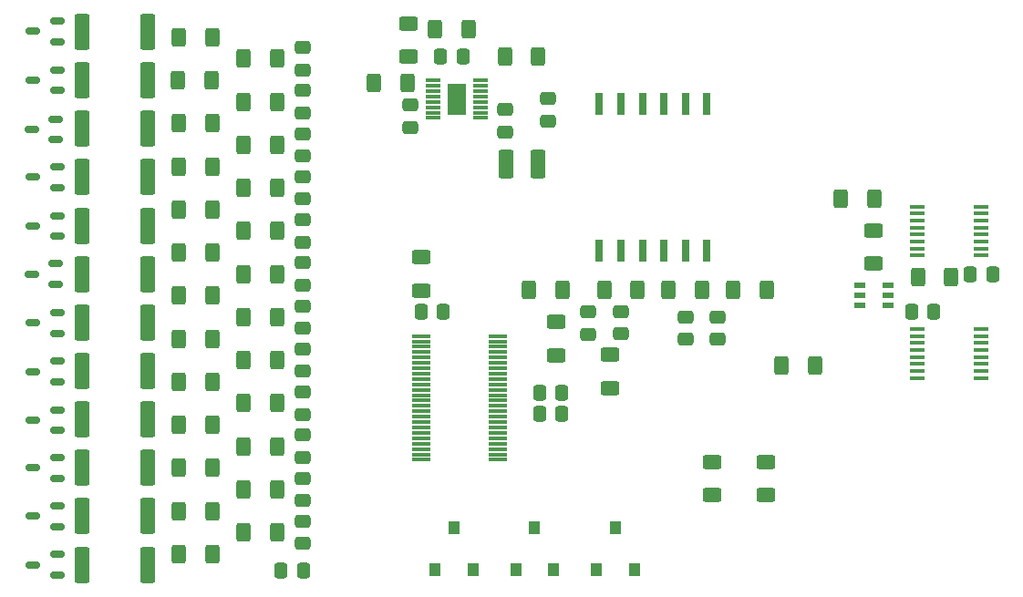
<source format=gbr>
%TF.GenerationSoftware,KiCad,Pcbnew,8.0.2*%
%TF.CreationDate,2024-06-17T09:50:20+02:00*%
%TF.ProjectId,BMS,424d532e-6b69-4636-9164-5f7063625858,rev?*%
%TF.SameCoordinates,Original*%
%TF.FileFunction,Paste,Top*%
%TF.FilePolarity,Positive*%
%FSLAX46Y46*%
G04 Gerber Fmt 4.6, Leading zero omitted, Abs format (unit mm)*
G04 Created by KiCad (PCBNEW 8.0.2) date 2024-06-17 09:50:20*
%MOMM*%
%LPD*%
G01*
G04 APERTURE LIST*
G04 Aperture macros list*
%AMRoundRect*
0 Rectangle with rounded corners*
0 $1 Rounding radius*
0 $2 $3 $4 $5 $6 $7 $8 $9 X,Y pos of 4 corners*
0 Add a 4 corners polygon primitive as box body*
4,1,4,$2,$3,$4,$5,$6,$7,$8,$9,$2,$3,0*
0 Add four circle primitives for the rounded corners*
1,1,$1+$1,$2,$3*
1,1,$1+$1,$4,$5*
1,1,$1+$1,$6,$7*
1,1,$1+$1,$8,$9*
0 Add four rect primitives between the rounded corners*
20,1,$1+$1,$2,$3,$4,$5,0*
20,1,$1+$1,$4,$5,$6,$7,0*
20,1,$1+$1,$6,$7,$8,$9,0*
20,1,$1+$1,$8,$9,$2,$3,0*%
G04 Aperture macros list end*
%ADD10R,1.000000X1.300000*%
%ADD11RoundRect,0.250000X-0.475000X0.337500X-0.475000X-0.337500X0.475000X-0.337500X0.475000X0.337500X0*%
%ADD12RoundRect,0.250000X-0.400000X-0.625000X0.400000X-0.625000X0.400000X0.625000X-0.400000X0.625000X0*%
%ADD13RoundRect,0.250001X-0.462499X-1.074999X0.462499X-1.074999X0.462499X1.074999X-0.462499X1.074999X0*%
%ADD14R,1.800000X0.300000*%
%ADD15RoundRect,0.250000X0.400000X0.625000X-0.400000X0.625000X-0.400000X-0.625000X0.400000X-0.625000X0*%
%ADD16RoundRect,0.249999X0.450001X1.425001X-0.450001X1.425001X-0.450001X-1.425001X0.450001X-1.425001X0*%
%ADD17R,1.475000X0.450000*%
%ADD18RoundRect,0.150000X0.512500X0.150000X-0.512500X0.150000X-0.512500X-0.150000X0.512500X-0.150000X0*%
%ADD19RoundRect,0.250000X0.625000X-0.400000X0.625000X0.400000X-0.625000X0.400000X-0.625000X-0.400000X0*%
%ADD20RoundRect,0.250000X-0.337500X-0.475000X0.337500X-0.475000X0.337500X0.475000X-0.337500X0.475000X0*%
%ADD21RoundRect,0.250000X-0.625000X0.400000X-0.625000X-0.400000X0.625000X-0.400000X0.625000X0.400000X0*%
%ADD22RoundRect,0.250000X0.475000X-0.337500X0.475000X0.337500X-0.475000X0.337500X-0.475000X-0.337500X0*%
%ADD23R,1.050000X0.550000*%
%ADD24RoundRect,0.250000X0.337500X0.475000X-0.337500X0.475000X-0.337500X-0.475000X0.337500X-0.475000X0*%
%ADD25R,1.425000X0.300000*%
%ADD26R,1.753000X2.947000*%
%ADD27R,0.800000X2.010000*%
G04 APERTURE END LIST*
D10*
%TO.C,S2*%
X146750000Y-115950000D03*
X148500000Y-112050000D03*
X150250000Y-115950000D03*
%TD*%
D11*
%TO.C,C15*%
X127000000Y-95462500D03*
X127000000Y-97537500D03*
%TD*%
D12*
%TO.C,R38*%
X115450000Y-74500000D03*
X118550000Y-74500000D03*
%TD*%
D13*
%TO.C,L1*%
X145800500Y-78250000D03*
X148775500Y-78250000D03*
%TD*%
D14*
%TO.C,IC6*%
X137950000Y-94250000D03*
X137950000Y-94750000D03*
X137950000Y-95250000D03*
X137950000Y-95750000D03*
X137950000Y-96250000D03*
X137950000Y-96750000D03*
X137950000Y-97250000D03*
X137950000Y-97750000D03*
X137950000Y-98250000D03*
X137950000Y-98750000D03*
X137950000Y-99250000D03*
X137950000Y-99750000D03*
X137950000Y-100250000D03*
X137950000Y-100750000D03*
X137950000Y-101250000D03*
X137950000Y-101750000D03*
X137950000Y-102250000D03*
X137950000Y-102750000D03*
X137950000Y-103250000D03*
X137950000Y-103750000D03*
X137950000Y-104250000D03*
X137950000Y-104750000D03*
X137950000Y-105250000D03*
X137950000Y-105750000D03*
X145050000Y-105750000D03*
X145050000Y-105250000D03*
X145050000Y-104750000D03*
X145050000Y-104250000D03*
X145050000Y-103750000D03*
X145050000Y-103250000D03*
X145050000Y-102750000D03*
X145050000Y-102250000D03*
X145050000Y-101750000D03*
X145050000Y-101250000D03*
X145050000Y-100750000D03*
X145050000Y-100250000D03*
X145050000Y-99750000D03*
X145050000Y-99250000D03*
X145050000Y-98750000D03*
X145050000Y-98250000D03*
X145050000Y-97750000D03*
X145050000Y-97250000D03*
X145050000Y-96750000D03*
X145050000Y-96250000D03*
X145050000Y-95750000D03*
X145050000Y-95250000D03*
X145050000Y-94750000D03*
X145050000Y-94250000D03*
%TD*%
D12*
%TO.C,R32*%
X115450000Y-82500000D03*
X118550000Y-82500000D03*
%TD*%
D15*
%TO.C,R7*%
X174550000Y-97000000D03*
X171450000Y-97000000D03*
%TD*%
D10*
%TO.C,S1*%
X154250000Y-115950000D03*
X156000000Y-112050000D03*
X157750000Y-115950000D03*
%TD*%
D12*
%TO.C,R24*%
X121450000Y-96500000D03*
X124550000Y-96500000D03*
%TD*%
%TO.C,R23*%
X115450000Y-94500000D03*
X118550000Y-94500000D03*
%TD*%
D16*
%TO.C,R46*%
X112600000Y-115500000D03*
X106500000Y-115500000D03*
%TD*%
D17*
%TO.C,IC3*%
X189938000Y-98150000D03*
X189938000Y-97500000D03*
X189938000Y-96850000D03*
X189938000Y-96200000D03*
X189938000Y-95550000D03*
X189938000Y-94900000D03*
X189938000Y-94250000D03*
X189938000Y-93600000D03*
X184062000Y-93600000D03*
X184062000Y-94250000D03*
X184062000Y-94900000D03*
X184062000Y-95550000D03*
X184062000Y-96200000D03*
X184062000Y-96850000D03*
X184062000Y-97500000D03*
X184062000Y-98150000D03*
%TD*%
D11*
%TO.C,C18*%
X127000000Y-83462500D03*
X127000000Y-85537500D03*
%TD*%
D12*
%TO.C,R12*%
X121450000Y-108500000D03*
X124550000Y-108500000D03*
%TD*%
D18*
%TO.C,Q11*%
X104187500Y-66900000D03*
X104187500Y-65000000D03*
X101912500Y-65950000D03*
%TD*%
D19*
%TO.C,R54*%
X170000000Y-109050000D03*
X170000000Y-105950000D03*
%TD*%
D20*
%TO.C,C1*%
X139750500Y-68250000D03*
X141825500Y-68250000D03*
%TD*%
D21*
%TO.C,R51*%
X138000000Y-86950000D03*
X138000000Y-90050000D03*
%TD*%
D22*
%TO.C,C9*%
X162500000Y-94537500D03*
X162500000Y-92462500D03*
%TD*%
D11*
%TO.C,C12*%
X127000000Y-107462500D03*
X127000000Y-109537500D03*
%TD*%
D12*
%TO.C,R44*%
X115450000Y-66500000D03*
X118550000Y-66500000D03*
%TD*%
D11*
%TO.C,C17*%
X127000000Y-87462500D03*
X127000000Y-89537500D03*
%TD*%
D12*
%TO.C,R15*%
X115450000Y-110500000D03*
X118550000Y-110500000D03*
%TD*%
%TO.C,R27*%
X121450000Y-92500000D03*
X124550000Y-92500000D03*
%TD*%
D23*
%TO.C,IC2*%
X181300000Y-91400000D03*
X181300000Y-90450000D03*
X181300000Y-89500000D03*
X178700000Y-89500000D03*
X178700000Y-90450000D03*
X178700000Y-91400000D03*
%TD*%
D22*
%TO.C,C2*%
X149750000Y-74287500D03*
X149750000Y-72212500D03*
%TD*%
D19*
%TO.C,R49*%
X150500000Y-96050000D03*
X150500000Y-92950000D03*
%TD*%
D11*
%TO.C,C23*%
X127000000Y-111462500D03*
X127000000Y-113537500D03*
%TD*%
D15*
%TO.C,R52*%
X187183538Y-88818599D03*
X184083538Y-88818599D03*
%TD*%
D16*
%TO.C,R43*%
X112600000Y-66000000D03*
X106500000Y-66000000D03*
%TD*%
D20*
%TO.C,C25*%
X137962500Y-92000000D03*
X140037500Y-92000000D03*
%TD*%
D16*
%TO.C,R19*%
X112600000Y-102000000D03*
X106500000Y-102000000D03*
%TD*%
%TO.C,R31*%
X112600000Y-84000000D03*
X106500000Y-84000000D03*
%TD*%
D12*
%TO.C,R3*%
X145738000Y-68250000D03*
X148838000Y-68250000D03*
%TD*%
D20*
%TO.C,C11*%
X148962500Y-99500000D03*
X151037500Y-99500000D03*
%TD*%
D11*
%TO.C,C13*%
X127000000Y-103462500D03*
X127000000Y-105537500D03*
%TD*%
D12*
%TO.C,R30*%
X121450000Y-88500000D03*
X124550000Y-88500000D03*
%TD*%
D16*
%TO.C,R22*%
X112600000Y-97500000D03*
X106500000Y-97500000D03*
%TD*%
D15*
%TO.C,R11*%
X164050000Y-90000000D03*
X160950000Y-90000000D03*
%TD*%
D11*
%TO.C,C22*%
X127000000Y-67462500D03*
X127000000Y-69537500D03*
%TD*%
D12*
%TO.C,R42*%
X121450000Y-72500000D03*
X124550000Y-72500000D03*
%TD*%
D20*
%TO.C,C10*%
X148962500Y-101500000D03*
X151037500Y-101500000D03*
%TD*%
D12*
%TO.C,R48*%
X121450000Y-112500000D03*
X124550000Y-112500000D03*
%TD*%
D24*
%TO.C,C24*%
X127037500Y-116000000D03*
X124962500Y-116000000D03*
%TD*%
D11*
%TO.C,C14*%
X127000000Y-99462500D03*
X127000000Y-101537500D03*
%TD*%
D18*
%TO.C,Q6*%
X104050000Y-89450000D03*
X104050000Y-87550000D03*
X101775000Y-88500000D03*
%TD*%
D15*
%TO.C,R10*%
X170050000Y-90000000D03*
X166950000Y-90000000D03*
%TD*%
D12*
%TO.C,R29*%
X115450000Y-86500000D03*
X118550000Y-86500000D03*
%TD*%
D18*
%TO.C,Q9*%
X104050000Y-76000000D03*
X104050000Y-74100000D03*
X101775000Y-75050000D03*
%TD*%
D12*
%TO.C,R26*%
X115450000Y-90500000D03*
X118550000Y-90500000D03*
%TD*%
D18*
%TO.C,Q4*%
X104187500Y-98500000D03*
X104187500Y-96600000D03*
X101912500Y-97550000D03*
%TD*%
%TO.C,Q3*%
X104187500Y-103000000D03*
X104187500Y-101100000D03*
X101912500Y-102050000D03*
%TD*%
D16*
%TO.C,R28*%
X112550000Y-88500000D03*
X106450000Y-88500000D03*
%TD*%
D12*
%TO.C,R17*%
X115450000Y-102500000D03*
X118550000Y-102500000D03*
%TD*%
%TO.C,R4*%
X133562465Y-70768955D03*
X136662465Y-70768955D03*
%TD*%
D25*
%TO.C,IC1*%
X139076000Y-70500000D03*
X139076000Y-71000000D03*
X139076000Y-71500000D03*
X139076000Y-72000000D03*
X139076000Y-72500000D03*
X139076000Y-73000000D03*
X139076000Y-73500000D03*
X139076000Y-74000000D03*
X143500000Y-74000000D03*
X143500000Y-73500000D03*
X143500000Y-73000000D03*
X143500000Y-72500000D03*
X143500000Y-72000000D03*
X143500000Y-71500000D03*
X143500000Y-71000000D03*
X143500000Y-70500000D03*
D26*
X141288000Y-72250000D03*
%TD*%
D12*
%TO.C,R8*%
X147950000Y-90000000D03*
X151050000Y-90000000D03*
%TD*%
%TO.C,R39*%
X121450000Y-76500000D03*
X124550000Y-76500000D03*
%TD*%
D27*
%TO.C,T1*%
X164500000Y-72655000D03*
X162500000Y-72655000D03*
X160500000Y-72655000D03*
X158500000Y-72655000D03*
X156500000Y-72655000D03*
X154500000Y-72655000D03*
X154500000Y-86345000D03*
X156500000Y-86345000D03*
X158500000Y-86345000D03*
X160500000Y-86345000D03*
X162500000Y-86345000D03*
X164500000Y-86345000D03*
%TD*%
D10*
%TO.C,S3*%
X139250000Y-115950000D03*
X141000000Y-112050000D03*
X142750000Y-115950000D03*
%TD*%
D11*
%TO.C,C20*%
X127000000Y-75462500D03*
X127000000Y-77537500D03*
%TD*%
D24*
%TO.C,C26*%
X185575000Y-92000000D03*
X183500000Y-92000000D03*
%TD*%
D16*
%TO.C,R25*%
X112550000Y-93000000D03*
X106450000Y-93000000D03*
%TD*%
D22*
%TO.C,C7*%
X156500000Y-94037500D03*
X156500000Y-91962500D03*
%TD*%
%TO.C,C6*%
X153500000Y-94075000D03*
X153500000Y-92000000D03*
%TD*%
D16*
%TO.C,R14*%
X112600000Y-111000000D03*
X106500000Y-111000000D03*
%TD*%
D12*
%TO.C,R41*%
X115400000Y-70500000D03*
X118500000Y-70500000D03*
%TD*%
%TO.C,R20*%
X115450000Y-98500000D03*
X118550000Y-98500000D03*
%TD*%
%TO.C,R36*%
X121450000Y-80500000D03*
X124550000Y-80500000D03*
%TD*%
%TO.C,R33*%
X121450000Y-84500000D03*
X124550000Y-84500000D03*
%TD*%
%TO.C,R35*%
X115450000Y-78500000D03*
X118550000Y-78500000D03*
%TD*%
D16*
%TO.C,R37*%
X112600000Y-75000000D03*
X106500000Y-75000000D03*
%TD*%
%TO.C,R16*%
X112600000Y-106500000D03*
X106500000Y-106500000D03*
%TD*%
D12*
%TO.C,R13*%
X115450000Y-106500000D03*
X118550000Y-106500000D03*
%TD*%
%TO.C,R45*%
X121450000Y-68500000D03*
X124550000Y-68500000D03*
%TD*%
D18*
%TO.C,Q2*%
X104187500Y-107450000D03*
X104187500Y-105550000D03*
X101912500Y-106500000D03*
%TD*%
%TO.C,Q12*%
X104187500Y-116450000D03*
X104187500Y-114550000D03*
X101912500Y-115500000D03*
%TD*%
D21*
%TO.C,R50*%
X155500000Y-96000000D03*
X155500000Y-99100000D03*
%TD*%
%TO.C,R1*%
X136788000Y-65200000D03*
X136788000Y-68300000D03*
%TD*%
D16*
%TO.C,R40*%
X112600000Y-70500000D03*
X106500000Y-70500000D03*
%TD*%
D12*
%TO.C,R21*%
X121450000Y-100500000D03*
X124550000Y-100500000D03*
%TD*%
%TO.C,R18*%
X121450000Y-104500000D03*
X124550000Y-104500000D03*
%TD*%
D11*
%TO.C,C21*%
X127000000Y-71462500D03*
X127000000Y-73537500D03*
%TD*%
D18*
%TO.C,Q5*%
X104187500Y-94000000D03*
X104187500Y-92100000D03*
X101912500Y-93050000D03*
%TD*%
D20*
%TO.C,C5*%
X188962500Y-88500000D03*
X191037500Y-88500000D03*
%TD*%
D19*
%TO.C,R53*%
X165000000Y-109050000D03*
X165000000Y-105950000D03*
%TD*%
D16*
%TO.C,R34*%
X112600000Y-79500000D03*
X106500000Y-79500000D03*
%TD*%
D18*
%TO.C,Q7*%
X104187500Y-85000000D03*
X104187500Y-83100000D03*
X101912500Y-84050000D03*
%TD*%
D22*
%TO.C,C8*%
X165500000Y-94537500D03*
X165500000Y-92462500D03*
%TD*%
D12*
%TO.C,R6*%
X176950000Y-81500000D03*
X180050000Y-81500000D03*
%TD*%
D18*
%TO.C,Q10*%
X104187500Y-71450000D03*
X104187500Y-69550000D03*
X101912500Y-70500000D03*
%TD*%
%TO.C,Q1*%
X104187500Y-111950000D03*
X104187500Y-110050000D03*
X101912500Y-111000000D03*
%TD*%
D17*
%TO.C,IC4*%
X184062000Y-82225000D03*
X184062000Y-82875000D03*
X184062000Y-83525000D03*
X184062000Y-84175000D03*
X184062000Y-84825000D03*
X184062000Y-85475000D03*
X184062000Y-86125000D03*
X184062000Y-86775000D03*
X189938000Y-86775000D03*
X189938000Y-86125000D03*
X189938000Y-85475000D03*
X189938000Y-84825000D03*
X189938000Y-84175000D03*
X189938000Y-83525000D03*
X189938000Y-82875000D03*
X189938000Y-82225000D03*
%TD*%
D22*
%TO.C,C4*%
X136911722Y-74877204D03*
X136911722Y-72802204D03*
%TD*%
D12*
%TO.C,R47*%
X115450000Y-114500000D03*
X118550000Y-114500000D03*
%TD*%
D11*
%TO.C,C16*%
X127000000Y-91462500D03*
X127000000Y-93537500D03*
%TD*%
%TO.C,C19*%
X127000000Y-79462500D03*
X127000000Y-81537500D03*
%TD*%
D18*
%TO.C,Q8*%
X104187500Y-80450000D03*
X104187500Y-78550000D03*
X101912500Y-79500000D03*
%TD*%
D22*
%TO.C,C3*%
X145788000Y-75287500D03*
X145788000Y-73212500D03*
%TD*%
D15*
%TO.C,R2*%
X142338000Y-65750000D03*
X139238000Y-65750000D03*
%TD*%
D21*
%TO.C,R5*%
X180000000Y-84450000D03*
X180000000Y-87550000D03*
%TD*%
D12*
%TO.C,R9*%
X154950000Y-90000000D03*
X158050000Y-90000000D03*
%TD*%
M02*

</source>
